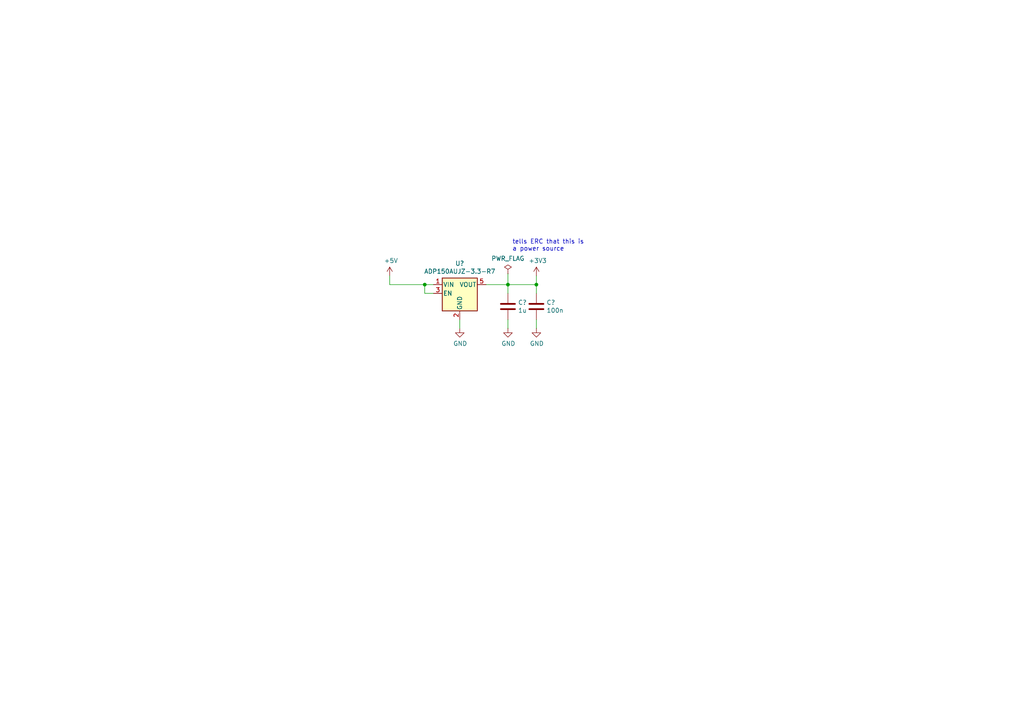
<source format=kicad_sch>
(kicad_sch (version 20250114) (generator "eeschema") (generator_version "9.0")
  (paper "A4")
  (title_block (title "Schematic Blocks") (date "2019-12-05") (rev "1.1") (company "KTH Formula Student") (comment 1 " - ") (comment 2 "Emil Nordahl") (comment 3 "emil.nordahl@kthformulastudent.se") (comment 4 "Top page"))
  (lib_symbols
    (symbol "Device:C" (pin_numbers (hide yes)) (pin_names (offset 0.254))
      (property "Reference" "C" (at 0.635 2.54 0))
      (property "Value" "C" (at 0.635 -2.54 0))
      (symbol "C_0_1"
        (polyline (pts (xy -2.032 0.762) (xy 2.032 0.762)) (stroke (width 0.508)))
        (polyline (pts (xy -2.032 -0.762) (xy 2.032 -0.762)) (stroke (width 0.508)))
      )
      (symbol "C_1_1"
        (pin passive line (at 0 3.81 270) (length 2.794) (name "~") (number "1"))
        (pin passive line (at 0 -3.81 90) (length 2.794) (name "~") (number "2"))
      )
    )
    (symbol "KTHFS:ADP150AUJZ-3.3-R7" (pin_names (offset 0.254))
      (property "Reference" "U" (at -3.81 5.715 0))
      (property "Value" "ADP150AUJZ-3.3-R7" (at 0 5.715 0))
      (symbol "ADP150AUJZ-3.3-R7_0_1"
        (rectangle (start -5.08 4.445) (end 5.08 -5.08) (stroke (width 0.254)) (fill (type background)))
      )
      (symbol "ADP150AUJZ-3.3-R7_1_1"
        (pin power_in line (at -7.62 2.54 0) (length 2.54) (name "VIN") (number "1"))
        (pin input line (at -7.62 0 0) (length 2.54) (name "EN") (number "3"))
        (pin power_in line (at 0 -7.62 90) (length 2.54) (name "GND") (number "2"))
        (pin power_out line (at 7.62 2.54 180) (length 2.54) (name "VOUT") (number "5"))
        (pin no_connect line (at 7.62 0 180) (length 2.54) (hide yes) (name "NC") (number "4"))
      )
    )
    (symbol "blocks-rescue:+3.3V-power" (power) (pin_names (offset 0))
      (property "Value" "+3.3V-power" (at 0 3.556 0))
      (symbol "+3.3V-power_0_1"
        (polyline (pts (xy -0.762 1.27) (xy 0 2.54)))
        (polyline (pts (xy 0 2.54) (xy 0.762 1.27)))
        (polyline (pts (xy 0 0) (xy 0 2.54)))
      )
      (symbol "+3.3V-power_1_1"
        (pin power_in line (at 0 0 90) (length 0) (hide yes) (name "+3V3") (number "1"))
      )
    )
    (symbol "power:+5V" (power) (pin_names (offset 0))
      (property "Value" "+5V" (at 0 3.556 0))
      (symbol "+5V_0_1"
        (polyline (pts (xy -0.762 1.27) (xy 0 2.54)))
        (polyline (pts (xy 0 2.54) (xy 0.762 1.27)))
        (polyline (pts (xy 0 0) (xy 0 2.54)))
      )
      (symbol "+5V_1_1"
        (pin power_in line (at 0 0 90) (length 0) (hide yes) (name "+5V") (number "1"))
      )
    )
    (symbol "power:GND" (power) (pin_numbers (hide yes)) (pin_names (offset 0) (hide yes))
      (property "Value" "GND" (at 0 -3.81 0))
      (symbol "GND_0_1"
        (polyline (pts (xy 0 0) (xy 0 -1.27) (xy 1.27 -1.27) (xy 0 -2.54) (xy -1.27 -1.27) (xy 0 -1.27)))
      )
      (symbol "GND_1_1"
        (pin power_in line (at 0 0 270) (length 0) (name "~") (number "1"))
      )
    )
    (symbol "power:PWR_FLAG" (power) (pin_numbers (hide yes)) (pin_names (offset 0) (hide yes))
      (property "Value" "PWR_FLAG" (at 0 3.81 0))
      (symbol "PWR_FLAG_0_0"
        (pin power_out line (at 0 0 90) (length 0) (name "~") (number "1"))
      )
      (symbol "PWR_FLAG_0_1"
        (polyline (pts (xy 0 0) (xy 0 1.27) (xy -1.016 1.905) (xy 0 2.54) (xy 1.016 1.905) (xy 0 1.27)))
      )
    )
  )
  (text "tells ERC that this is\na power source" (at 148.59 73.025 0) (effects (font (size 1.27 1.27)) (justify left bottom)))
  (junction (at 155.575 82.55))
  (junction (at 123.19 82.55))
  (junction (at 147.32 82.55))
  (wire (pts (xy 113.03 82.55) (xy 123.19 82.55)))
  (wire (pts (xy 123.19 82.55) (xy 125.73 82.55)))
  (wire (pts (xy 147.32 95.25) (xy 147.32 92.71)))
  (wire (pts (xy 147.32 82.55) (xy 155.575 82.55)))
  (wire (pts (xy 155.575 95.25) (xy 155.575 92.71)))
  (wire (pts (xy 113.03 80.01) (xy 113.03 82.55)))
  (wire (pts (xy 125.73 85.09) (xy 123.19 85.09)))
  (wire (pts (xy 140.97 82.55) (xy 147.32 82.55)))
  (wire (pts (xy 147.32 82.55) (xy 147.32 85.09)))
  (wire (pts (xy 123.19 85.09) (xy 123.19 82.55)))
  (wire (pts (xy 155.575 85.09) (xy 155.575 82.55)))
  (wire (pts (xy 155.575 80.01) (xy 155.575 82.55)))
  (wire (pts (xy 147.32 79.375) (xy 147.32 82.55)))
  (wire (pts (xy 133.35 95.25) (xy 133.35 92.71)))
  (symbol (lib_id "KTHFS:ADP150AUJZ-3.3-R7") (at 133.35 85.09 0) (unit 1)
    (property "Reference" "U?" (at 133.35 76.4032 0))
    (property "Value" "ADP150AUJZ-3.3-R7" (at 133.35 78.7146 0))
    (property "Footprint" "Package_TO_SOT_SMD:SOT-23-5" (effects (hide yes)))
    (property "Datasheet" "https://www.analog.com/media/en/technical-documentation/data-sheets/ADP150.pdf" (effects (hide yes)))
  )
  (symbol (lib_id "power:+5V") (at 113.03 80.01 0) (unit 1)
    (property "Reference" "#PWR?" (effects (hide yes)))
    (property "Value" "+5V" (at 113.411 75.6158 0))
  )
  (symbol (lib_id "blocks-rescue:+3.3V-power") (at 155.575 80.01 0) (unit 1)
    (property "Reference" "#PWR?" (effects (hide yes)))
    (property "Value" "+3V3" (at 155.956 75.6158 0))
  )
  (symbol (lib_id "Device:C") (at 155.575 88.9 0) (unit 1)
    (property "Reference" "C?" (at 158.496 87.7316 0) (effects (justify left)))
    (property "Value" "100n" (at 158.496 90.043 0) (effects (justify left)))
  )
  (symbol (lib_id "power:GND") (at 133.35 95.25 0) (unit 1)
    (property "Reference" "#PWR?" (effects (hide yes)))
    (property "Value" "GND" (at 133.477 99.6442 0))
    (property "Description" "Power symbol creates a global label with name \"GND\" , ground" (effects (hide yes)))
  )
  (symbol (lib_id "power:GND") (at 155.575 95.25 0) (unit 1)
    (property "Reference" "#PWR?" (effects (hide yes)))
    (property "Value" "GND" (at 155.702 99.6442 0))
    (property "Description" "Power symbol creates a global label with name \"GND\" , ground" (effects (hide yes)))
  )
  (symbol (lib_id "power:PWR_FLAG") (at 147.32 79.375 0) (unit 1)
    (property "Reference" "#FLG?" (effects (hide yes)))
    (property "Value" "PWR_FLAG" (at 147.32 74.9808 0))
    (property "Description" "Special symbol for telling ERC where power comes from" (effects (hide yes)))
  )
  (symbol (lib_id "Device:C") (at 147.32 88.9 0) (unit 1)
    (property "Reference" "C?" (at 150.241 87.7316 0) (effects (justify left)))
    (property "Value" "1u" (at 150.241 90.043 0) (effects (justify left)))
  )
  (symbol (lib_id "power:GND") (at 147.32 95.25 0) (unit 1)
    (property "Reference" "#PWR?" (effects (hide yes)))
    (property "Value" "GND" (at 147.447 99.6442 0))
    (property "Description" "Power symbol creates a global label with name \"GND\" , ground" (effects (hide yes)))
  )
)
</source>
